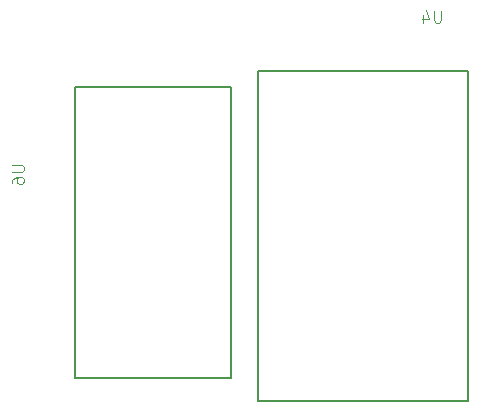
<source format=gbr>
%TF.GenerationSoftware,KiCad,Pcbnew,7.0.2*%
%TF.CreationDate,2024-03-19T15:43:20+05:30*%
%TF.ProjectId,gauss_meter_kicad,67617573-735f-46d6-9574-65725f6b6963,rev?*%
%TF.SameCoordinates,Original*%
%TF.FileFunction,Legend,Bot*%
%TF.FilePolarity,Positive*%
%FSLAX46Y46*%
G04 Gerber Fmt 4.6, Leading zero omitted, Abs format (unit mm)*
G04 Created by KiCad (PCBNEW 7.0.2) date 2024-03-19 15:43:20*
%MOMM*%
%LPD*%
G01*
G04 APERTURE LIST*
%ADD10C,0.100000*%
%ADD11C,0.150000*%
G04 APERTURE END LIST*
D10*
%TO.C,U4*%
X176529904Y-45480119D02*
X176529904Y-46289642D01*
X176529904Y-46289642D02*
X176482285Y-46384880D01*
X176482285Y-46384880D02*
X176434666Y-46432500D01*
X176434666Y-46432500D02*
X176339428Y-46480119D01*
X176339428Y-46480119D02*
X176148952Y-46480119D01*
X176148952Y-46480119D02*
X176053714Y-46432500D01*
X176053714Y-46432500D02*
X176006095Y-46384880D01*
X176006095Y-46384880D02*
X175958476Y-46289642D01*
X175958476Y-46289642D02*
X175958476Y-45480119D01*
X175053714Y-45813452D02*
X175053714Y-46480119D01*
X175291809Y-45432500D02*
X175529904Y-46146785D01*
X175529904Y-46146785D02*
X174910857Y-46146785D01*
%TO.C,U6*%
X140226619Y-58547095D02*
X141036142Y-58547095D01*
X141036142Y-58547095D02*
X141131380Y-58594714D01*
X141131380Y-58594714D02*
X141179000Y-58642333D01*
X141179000Y-58642333D02*
X141226619Y-58737571D01*
X141226619Y-58737571D02*
X141226619Y-58928047D01*
X141226619Y-58928047D02*
X141179000Y-59023285D01*
X141179000Y-59023285D02*
X141131380Y-59070904D01*
X141131380Y-59070904D02*
X141036142Y-59118523D01*
X141036142Y-59118523D02*
X140226619Y-59118523D01*
X140226619Y-60023285D02*
X140226619Y-59832809D01*
X140226619Y-59832809D02*
X140274238Y-59737571D01*
X140274238Y-59737571D02*
X140321857Y-59689952D01*
X140321857Y-59689952D02*
X140464714Y-59594714D01*
X140464714Y-59594714D02*
X140655190Y-59547095D01*
X140655190Y-59547095D02*
X141036142Y-59547095D01*
X141036142Y-59547095D02*
X141131380Y-59594714D01*
X141131380Y-59594714D02*
X141179000Y-59642333D01*
X141179000Y-59642333D02*
X141226619Y-59737571D01*
X141226619Y-59737571D02*
X141226619Y-59928047D01*
X141226619Y-59928047D02*
X141179000Y-60023285D01*
X141179000Y-60023285D02*
X141131380Y-60070904D01*
X141131380Y-60070904D02*
X141036142Y-60118523D01*
X141036142Y-60118523D02*
X140798047Y-60118523D01*
X140798047Y-60118523D02*
X140702809Y-60070904D01*
X140702809Y-60070904D02*
X140655190Y-60023285D01*
X140655190Y-60023285D02*
X140607571Y-59928047D01*
X140607571Y-59928047D02*
X140607571Y-59737571D01*
X140607571Y-59737571D02*
X140655190Y-59642333D01*
X140655190Y-59642333D02*
X140702809Y-59594714D01*
X140702809Y-59594714D02*
X140798047Y-59547095D01*
D11*
%TO.C,U4*%
X178816000Y-50541500D02*
X161036000Y-50541500D01*
X161036000Y-50541500D02*
X161036000Y-78541500D01*
X161036000Y-78541500D02*
X178816000Y-78541500D01*
X178816000Y-78541500D02*
X178816000Y-50541500D01*
%TO.C,U6*%
X145542000Y-51943000D02*
X158750000Y-51943000D01*
X158750000Y-51943000D02*
X158750000Y-76581000D01*
X158750000Y-76581000D02*
X145542000Y-76581000D01*
X145542000Y-76581000D02*
X145542000Y-51943000D01*
%TD*%
M02*

</source>
